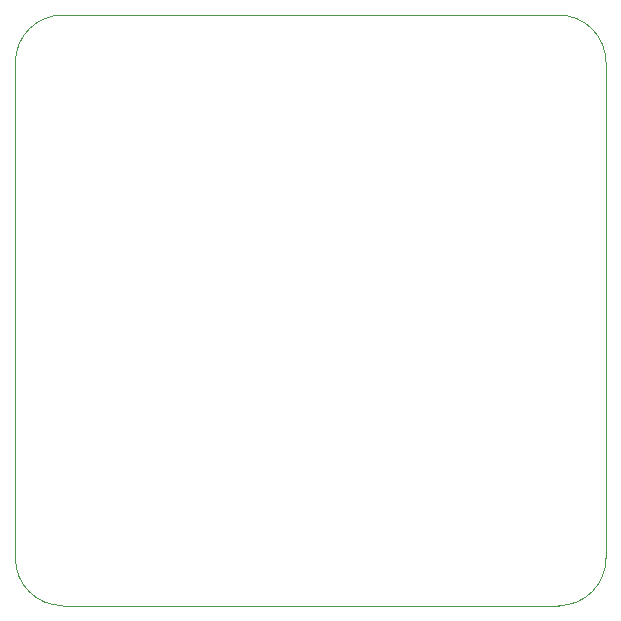
<source format=gbr>
%TF.GenerationSoftware,KiCad,Pcbnew,(6.0.0-rc1-29-g9238b27f63)*%
%TF.CreationDate,2021-12-03T12:51:39+01:00*%
%TF.ProjectId,robolympics_power,726f626f-6c79-46d7-9069-63735f706f77,rev?*%
%TF.SameCoordinates,Original*%
%TF.FileFunction,Profile,NP*%
%FSLAX46Y46*%
G04 Gerber Fmt 4.6, Leading zero omitted, Abs format (unit mm)*
G04 Created by KiCad (PCBNEW (6.0.0-rc1-29-g9238b27f63)) date 2021-12-03 12:51:39*
%MOMM*%
%LPD*%
G01*
G04 APERTURE LIST*
%TA.AperFunction,Profile*%
%ADD10C,0.100000*%
%TD*%
G04 APERTURE END LIST*
D10*
X154000000Y-125000000D02*
X196000000Y-125000000D01*
X150000000Y-79000000D02*
X150000000Y-121000000D01*
X200000000Y-121000000D02*
X200000000Y-79000000D01*
X150000000Y-121000000D02*
G75*
G03*
X154000000Y-125000000I4000000J0D01*
G01*
X154000000Y-75000000D02*
G75*
G03*
X150000000Y-79000000I0J-4000000D01*
G01*
X196000000Y-75000000D02*
X154000000Y-75000000D01*
X200000000Y-79000000D02*
G75*
G03*
X196000000Y-75000000I-4000000J0D01*
G01*
X196000000Y-125000000D02*
G75*
G03*
X200000000Y-121000000I0J4000000D01*
G01*
M02*

</source>
